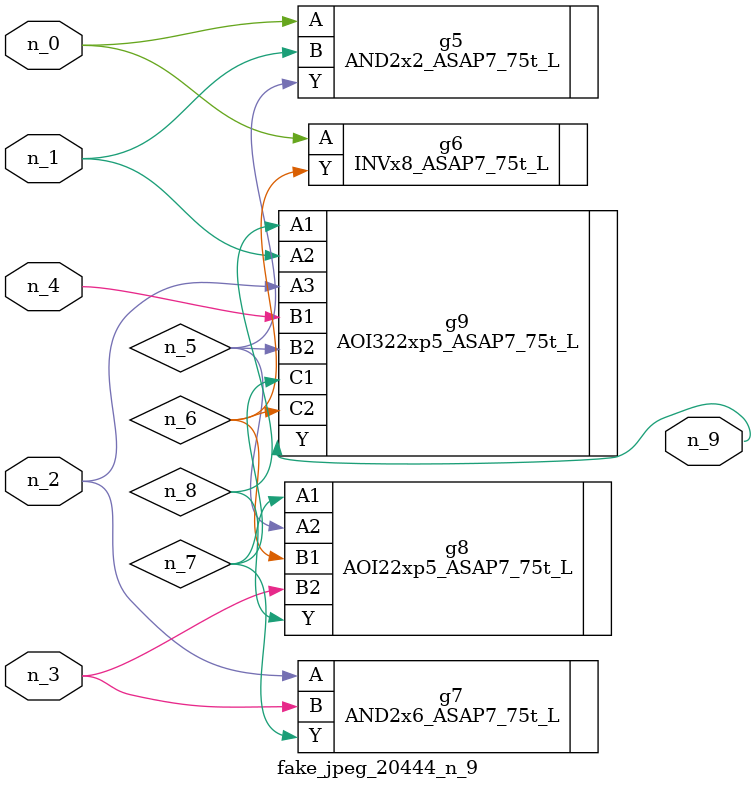
<source format=v>
module fake_jpeg_20444_n_9 (n_3, n_2, n_1, n_0, n_4, n_9);

input n_3;
input n_2;
input n_1;
input n_0;
input n_4;

output n_9;

wire n_8;
wire n_6;
wire n_5;
wire n_7;

AND2x2_ASAP7_75t_L g5 ( 
.A(n_0),
.B(n_1),
.Y(n_5)
);

INVx8_ASAP7_75t_L g6 ( 
.A(n_0),
.Y(n_6)
);

AND2x6_ASAP7_75t_L g7 ( 
.A(n_2),
.B(n_3),
.Y(n_7)
);

AOI22xp5_ASAP7_75t_L g8 ( 
.A1(n_7),
.A2(n_5),
.B1(n_6),
.B2(n_3),
.Y(n_8)
);

AOI322xp5_ASAP7_75t_L g9 ( 
.A1(n_8),
.A2(n_1),
.A3(n_2),
.B1(n_4),
.B2(n_5),
.C1(n_7),
.C2(n_6),
.Y(n_9)
);


endmodule
</source>
